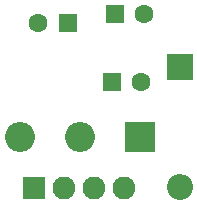
<source format=gbs>
%TF.GenerationSoftware,KiCad,Pcbnew,6.0.0+dfsg1-2*%
%TF.CreationDate,2022-01-11T21:28:20+02:00*%
%TF.ProjectId,borraja,626f7272-616a-4612-9e6b-696361645f70,rev?*%
%TF.SameCoordinates,Original*%
%TF.FileFunction,Soldermask,Bot*%
%TF.FilePolarity,Negative*%
%FSLAX46Y46*%
G04 Gerber Fmt 4.6, Leading zero omitted, Abs format (unit mm)*
G04 Created by KiCad (PCBNEW 6.0.0+dfsg1-2) date 2022-01-11 21:28:20*
%MOMM*%
%LPD*%
G01*
G04 APERTURE LIST*
%ADD10R,2.540000X2.540000*%
%ADD11O,2.540000X2.540000*%
%ADD12R,2.200000X2.200000*%
%ADD13O,2.200000X2.200000*%
%ADD14R,1.930400X1.930400*%
%ADD15O,1.930400X1.930400*%
%ADD16R,1.600000X1.600000*%
%ADD17C,1.600000*%
G04 APERTURE END LIST*
D10*
%TO.C,RV1*%
X151108500Y-97183500D03*
D11*
X146028500Y-97183500D03*
X140948500Y-97183500D03*
%TD*%
D12*
%TO.C,D1*%
X154500000Y-91250000D03*
D13*
X154500000Y-101410000D03*
%TD*%
D14*
%TO.C,J1*%
X142190000Y-101500000D03*
D15*
X144730000Y-101500000D03*
X147270000Y-101500000D03*
X149810000Y-101500000D03*
%TD*%
D16*
%TO.C,C3*%
X145000000Y-87500000D03*
D17*
X142500000Y-87500000D03*
%TD*%
D16*
%TO.C,C2*%
X149000000Y-86750000D03*
D17*
X151500000Y-86750000D03*
%TD*%
D16*
%TO.C,C1*%
X148750000Y-92500000D03*
D17*
X151250000Y-92500000D03*
%TD*%
M02*

</source>
